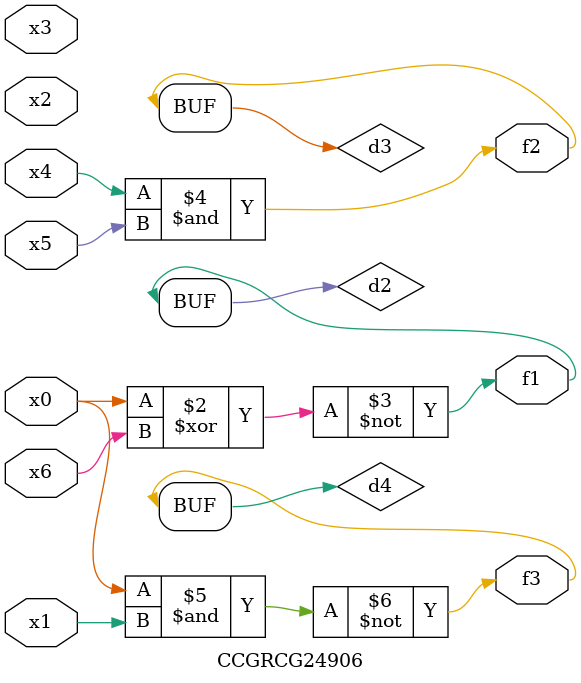
<source format=v>
module CCGRCG24906(
	input x0, x1, x2, x3, x4, x5, x6,
	output f1, f2, f3
);

	wire d1, d2, d3, d4;

	nor (d1, x0);
	xnor (d2, x0, x6);
	and (d3, x4, x5);
	nand (d4, x0, x1);
	assign f1 = d2;
	assign f2 = d3;
	assign f3 = d4;
endmodule

</source>
